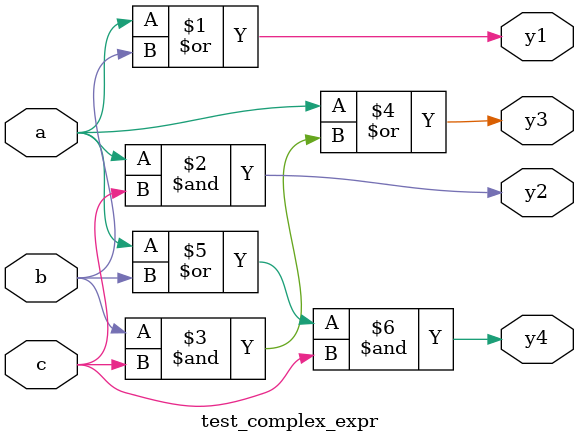
<source format=sv>
module test_complex_expr(a, b, c, y1, y2, y3, y4);
    input a, b, c;
    output y1, y2, y3, y4;

    // Simple expressions (already worked)
    assign y1 = a | b;
    assign y2 = a & c;

    // Complex expressions (new functionality)
    assign y3 = a | b & c;      // Should parse as: a | (b & c) due to precedence
    assign y4 = (a | b) & c;    // Should parse as: (a | b) & c due to parentheses

endmodule

</source>
